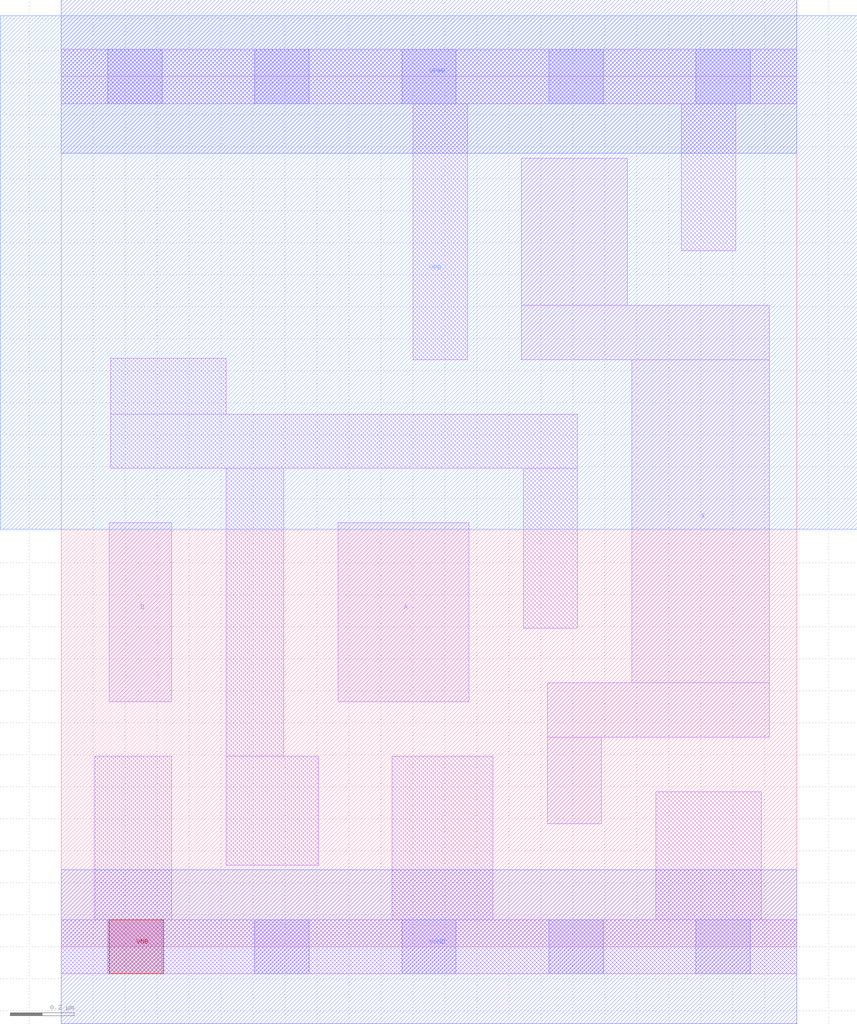
<source format=lef>
# Copyright 2020 The SkyWater PDK Authors
#
# Licensed under the Apache License, Version 2.0 (the "License");
# you may not use this file except in compliance with the License.
# You may obtain a copy of the License at
#
#     https://www.apache.org/licenses/LICENSE-2.0
#
# Unless required by applicable law or agreed to in writing, software
# distributed under the License is distributed on an "AS IS" BASIS,
# WITHOUT WARRANTIES OR CONDITIONS OF ANY KIND, either express or implied.
# See the License for the specific language governing permissions and
# limitations under the License.
#
# SPDX-License-Identifier: Apache-2.0

VERSION 5.7 ;
  NOWIREEXTENSIONATPIN ON ;
  DIVIDERCHAR "/" ;
  BUSBITCHARS "[]" ;
MACRO sky130_fd_sc_hd__or2_2
  CLASS CORE ;
  FOREIGN sky130_fd_sc_hd__or2_2 ;
  ORIGIN  0.000000  0.000000 ;
  SIZE  2.300000 BY  2.720000 ;
  SYMMETRY X Y R90 ;
  SITE unithd ;
  PIN A
    ANTENNAGATEAREA  0.126000 ;
    DIRECTION INPUT ;
    USE SIGNAL ;
    PORT
      LAYER li1 ;
        RECT 0.865000 0.765000 1.275000 1.325000 ;
    END
  END A
  PIN B
    ANTENNAGATEAREA  0.126000 ;
    DIRECTION INPUT ;
    USE SIGNAL ;
    PORT
      LAYER li1 ;
        RECT 0.150000 0.765000 0.345000 1.325000 ;
    END
  END B
  PIN VNB
    PORT
      LAYER pwell ;
        RECT 0.150000 -0.085000 0.320000 0.085000 ;
    END
  END VNB
  PIN VPB
    PORT
      LAYER nwell ;
        RECT -0.190000 1.305000 2.490000 2.910000 ;
    END
  END VPB
  PIN X
    ANTENNADIFFAREA  0.445500 ;
    DIRECTION OUTPUT ;
    USE SIGNAL ;
    PORT
      LAYER li1 ;
        RECT 1.440000 1.835000 2.215000 2.005000 ;
        RECT 1.440000 2.005000 1.770000 2.465000 ;
        RECT 1.520000 0.385000 1.690000 0.655000 ;
        RECT 1.520000 0.655000 2.215000 0.825000 ;
        RECT 1.785000 0.825000 2.215000 1.835000 ;
    END
  END X
  PIN VGND
    DIRECTION INOUT ;
    SHAPE ABUTMENT ;
    USE GROUND ;
    PORT
      LAYER met1 ;
        RECT 0.000000 -0.240000 2.300000 0.240000 ;
    END
  END VGND
  PIN VPWR
    DIRECTION INOUT ;
    SHAPE ABUTMENT ;
    USE POWER ;
    PORT
      LAYER met1 ;
        RECT 0.000000 2.480000 2.300000 2.960000 ;
    END
  END VPWR
  OBS
    LAYER li1 ;
      RECT 0.000000 -0.085000 2.300000 0.085000 ;
      RECT 0.000000  2.635000 2.300000 2.805000 ;
      RECT 0.105000  0.085000 0.345000 0.595000 ;
      RECT 0.155000  1.495000 1.615000 1.665000 ;
      RECT 0.155000  1.665000 0.515000 1.840000 ;
      RECT 0.515000  0.255000 0.805000 0.595000 ;
      RECT 0.515000  0.595000 0.695000 1.495000 ;
      RECT 1.035000  0.085000 1.350000 0.595000 ;
      RECT 1.100000  1.835000 1.270000 2.635000 ;
      RECT 1.445000  0.995000 1.615000 1.495000 ;
      RECT 1.860000  0.085000 2.190000 0.485000 ;
      RECT 1.940000  2.175000 2.110000 2.635000 ;
    LAYER mcon ;
      RECT 0.145000 -0.085000 0.315000 0.085000 ;
      RECT 0.145000  2.635000 0.315000 2.805000 ;
      RECT 0.605000 -0.085000 0.775000 0.085000 ;
      RECT 0.605000  2.635000 0.775000 2.805000 ;
      RECT 1.065000 -0.085000 1.235000 0.085000 ;
      RECT 1.065000  2.635000 1.235000 2.805000 ;
      RECT 1.525000 -0.085000 1.695000 0.085000 ;
      RECT 1.525000  2.635000 1.695000 2.805000 ;
      RECT 1.985000 -0.085000 2.155000 0.085000 ;
      RECT 1.985000  2.635000 2.155000 2.805000 ;
  END
END sky130_fd_sc_hd__or2_2
END LIBRARY

</source>
